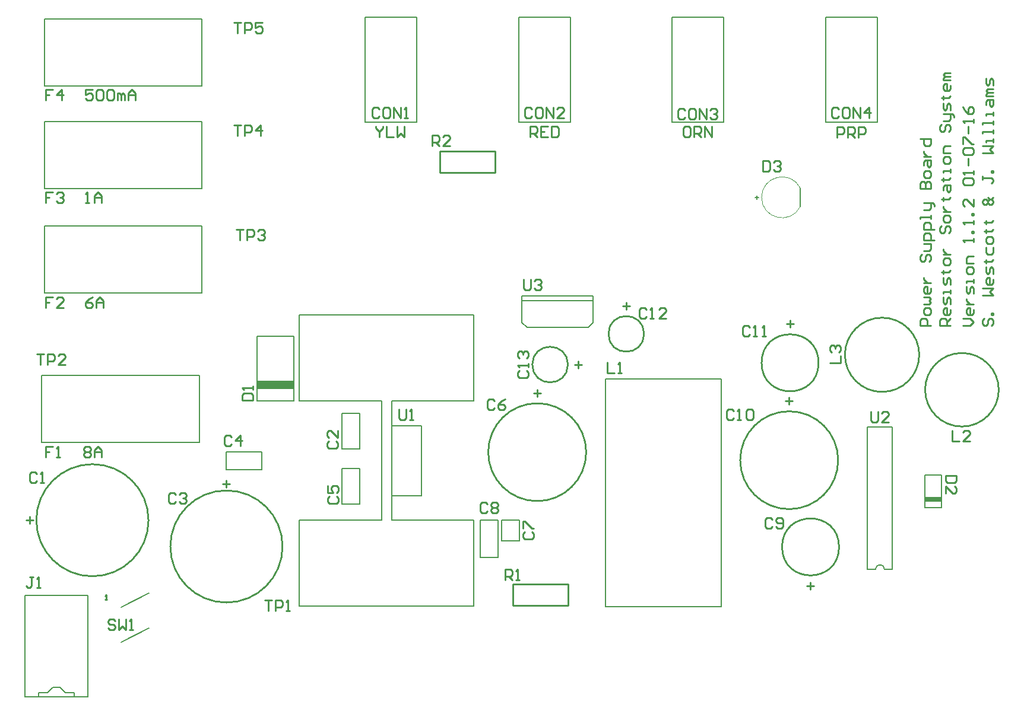
<source format=gto>
G04 Layer_Color=65535*
%FSLAX25Y25*%
%MOIN*%
G70*
G01*
G75*
%ADD44C,0.01000*%
%ADD45C,0.00500*%
%ADD46C,0.00492*%
%ADD47R,0.09350X0.02500*%
%ADD48R,0.20000X0.05000*%
D44*
X317000Y114250D02*
G03*
X317000Y114250I-27500J0D01*
G01*
X458500Y109750D02*
G03*
X458500Y109750I-27500J0D01*
G01*
X349500Y180750D02*
G03*
X349500Y180750I-10000J0D01*
G01*
X306750Y163500D02*
G03*
X306750Y163500I-10000J0D01*
G01*
X504024Y169000D02*
G03*
X504024Y169000I-20866J0D01*
G01*
X459000Y61000D02*
G03*
X459000Y61000I-16000J0D01*
G01*
X447500Y164500D02*
G03*
X447500Y164500I-16000J0D01*
G01*
X548669Y149343D02*
G03*
X548669Y149343I-20669J0D01*
G01*
X146500Y61250D02*
G03*
X146500Y61250I-31500J0D01*
G01*
X71250Y76000D02*
G03*
X71250Y76000I-31500J0D01*
G01*
X287500Y147500D02*
X291500D01*
X289500Y145500D02*
Y149500D01*
X431000Y141000D02*
Y145000D01*
X429000Y143000D02*
X433000D01*
X339500Y194500D02*
Y198500D01*
X337500Y196500D02*
X341500D01*
X312500Y161500D02*
Y165500D01*
X310500Y163500D02*
X314500D01*
X441000Y38937D02*
X445000D01*
X443000Y36937D02*
Y40937D01*
X431500Y184563D02*
Y188563D01*
X429500Y186563D02*
X433500D01*
X266000Y277500D02*
Y283500D01*
X235000D02*
X266000D01*
X235000Y271500D02*
Y283500D01*
Y271500D02*
X266000D01*
Y277500D01*
X307000Y34000D02*
Y40000D01*
X276000D02*
X307000D01*
X276000Y28000D02*
Y40000D01*
Y28000D02*
X307000D01*
Y34000D01*
X113000Y96500D02*
X117000D01*
X115000Y94500D02*
Y98500D01*
X4500Y74000D02*
Y78000D01*
X2500Y76000D02*
X6500D01*
X230500Y286500D02*
Y292498D01*
X233499D01*
X234499Y291498D01*
Y289499D01*
X233499Y288499D01*
X230500D01*
X232499D02*
X234499Y286500D01*
X240497D02*
X236498D01*
X240497Y290499D01*
Y291498D01*
X239497Y292498D01*
X237498D01*
X236498Y291498D01*
X416300Y278198D02*
Y272200D01*
X419299D01*
X420299Y273200D01*
Y277198D01*
X419299Y278198D01*
X416300D01*
X422298Y277198D02*
X423298Y278198D01*
X425297D01*
X426297Y277198D01*
Y276199D01*
X425297Y275199D01*
X424297D01*
X425297D01*
X426297Y274199D01*
Y273200D01*
X425297Y272200D01*
X423298D01*
X422298Y273200D01*
X458999Y306998D02*
X457999Y307998D01*
X456000D01*
X455000Y306998D01*
Y303000D01*
X456000Y302000D01*
X457999D01*
X458999Y303000D01*
X463997Y307998D02*
X461998D01*
X460998Y306998D01*
Y303000D01*
X461998Y302000D01*
X463997D01*
X464997Y303000D01*
Y306998D01*
X463997Y307998D01*
X466996Y302000D02*
Y307998D01*
X470995Y302000D01*
Y307998D01*
X475993Y302000D02*
Y307998D01*
X472994Y304999D01*
X476993D01*
X372499Y306498D02*
X371499Y307498D01*
X369500D01*
X368500Y306498D01*
Y302500D01*
X369500Y301500D01*
X371499D01*
X372499Y302500D01*
X377497Y307498D02*
X375498D01*
X374498Y306498D01*
Y302500D01*
X375498Y301500D01*
X377497D01*
X378497Y302500D01*
Y306498D01*
X377497Y307498D01*
X380496Y301500D02*
Y307498D01*
X384495Y301500D01*
Y307498D01*
X386494Y306498D02*
X387494Y307498D01*
X389493D01*
X390493Y306498D01*
Y305499D01*
X389493Y304499D01*
X388493D01*
X389493D01*
X390493Y303499D01*
Y302500D01*
X389493Y301500D01*
X387494D01*
X386494Y302500D01*
X286499Y306998D02*
X285499Y307998D01*
X283500D01*
X282500Y306998D01*
Y303000D01*
X283500Y302000D01*
X285499D01*
X286499Y303000D01*
X291497Y307998D02*
X289498D01*
X288498Y306998D01*
Y303000D01*
X289498Y302000D01*
X291497D01*
X292497Y303000D01*
Y306998D01*
X291497Y307998D01*
X294496Y302000D02*
Y307998D01*
X298495Y302000D01*
Y307998D01*
X304493Y302000D02*
X300494D01*
X304493Y305999D01*
Y306998D01*
X303493Y307998D01*
X301494D01*
X300494Y306998D01*
X200999D02*
X199999Y307998D01*
X198000D01*
X197000Y306998D01*
Y303000D01*
X198000Y302000D01*
X199999D01*
X200999Y303000D01*
X205997Y307998D02*
X203998D01*
X202998Y306998D01*
Y303000D01*
X203998Y302000D01*
X205997D01*
X206997Y303000D01*
Y306998D01*
X205997Y307998D01*
X208996Y302000D02*
Y307998D01*
X212995Y302000D01*
Y307998D01*
X214994Y302000D02*
X216993D01*
X215994D01*
Y307998D01*
X214994Y306998D01*
X119050Y355848D02*
X123049D01*
X121049D01*
Y349850D01*
X125048D02*
Y355848D01*
X128047D01*
X129047Y354848D01*
Y352849D01*
X128047Y351849D01*
X125048D01*
X135045Y355848D02*
X131046D01*
Y352849D01*
X133045Y353849D01*
X134045D01*
X135045Y352849D01*
Y350850D01*
X134045Y349850D01*
X132046D01*
X131046Y350850D01*
X119050Y298098D02*
X123049D01*
X121049D01*
Y292100D01*
X125048D02*
Y298098D01*
X128047D01*
X129047Y297098D01*
Y295099D01*
X128047Y294099D01*
X125048D01*
X134045Y292100D02*
Y298098D01*
X131046Y295099D01*
X135045D01*
X120550Y239348D02*
X124549D01*
X122549D01*
Y233350D01*
X126548D02*
Y239348D01*
X129547D01*
X130547Y238348D01*
Y236349D01*
X129547Y235349D01*
X126548D01*
X132546Y238348D02*
X133546Y239348D01*
X135545D01*
X136545Y238348D01*
Y237349D01*
X135545Y236349D01*
X134546D01*
X135545D01*
X136545Y235349D01*
Y234350D01*
X135545Y233350D01*
X133546D01*
X132546Y234350D01*
X8500Y169498D02*
X12499D01*
X10499D01*
Y163500D01*
X14498D02*
Y169498D01*
X17497D01*
X18497Y168498D01*
Y166499D01*
X17497Y165499D01*
X14498D01*
X24495Y163500D02*
X20496D01*
X24495Y167499D01*
Y168498D01*
X23495Y169498D01*
X21496D01*
X20496Y168498D01*
X136500Y30998D02*
X140499D01*
X138499D01*
Y25000D01*
X142498D02*
Y30998D01*
X145497D01*
X146497Y29998D01*
Y27999D01*
X145497Y26999D01*
X142498D01*
X148496Y25000D02*
X150496D01*
X149496D01*
Y30998D01*
X148496Y29998D01*
X52499Y19498D02*
X51499Y20498D01*
X49500D01*
X48500Y19498D01*
Y18499D01*
X49500Y17499D01*
X51499D01*
X52499Y16499D01*
Y15500D01*
X51499Y14500D01*
X49500D01*
X48500Y15500D01*
X54498Y20498D02*
Y14500D01*
X56497Y16499D01*
X58497Y14500D01*
Y20498D01*
X60496Y14500D02*
X62495D01*
X61496D01*
Y20498D01*
X60496Y19498D01*
X281700Y211298D02*
Y206300D01*
X282700Y205300D01*
X284699D01*
X285699Y206300D01*
Y211298D01*
X287698Y210298D02*
X288698Y211298D01*
X290697D01*
X291697Y210298D01*
Y209299D01*
X290697Y208299D01*
X289697D01*
X290697D01*
X291697Y207299D01*
Y206300D01*
X290697Y205300D01*
X288698D01*
X287698Y206300D01*
X477000Y136998D02*
Y132000D01*
X478000Y131000D01*
X479999D01*
X480999Y132000D01*
Y136998D01*
X486997Y131000D02*
X482998D01*
X486997Y134999D01*
Y135998D01*
X485997Y136998D01*
X483998D01*
X482998Y135998D01*
X212000Y138498D02*
Y133500D01*
X213000Y132500D01*
X214999D01*
X215999Y133500D01*
Y138498D01*
X217998Y132500D02*
X219997D01*
X218998D01*
Y138498D01*
X217998Y137498D01*
X271500Y42500D02*
Y48498D01*
X274499D01*
X275499Y47498D01*
Y45499D01*
X274499Y44499D01*
X271500D01*
X273499D02*
X275499Y42500D01*
X277498D02*
X279497D01*
X278498D01*
Y48498D01*
X277498Y47498D01*
X454002Y164500D02*
X460000D01*
Y168499D01*
X455002Y170498D02*
X454002Y171498D01*
Y173497D01*
X455002Y174497D01*
X456001D01*
X457001Y173497D01*
Y172497D01*
Y173497D01*
X458001Y174497D01*
X459000D01*
X460000Y173497D01*
Y171498D01*
X459000Y170498D01*
X522500Y126498D02*
Y120500D01*
X526499D01*
X532497D02*
X528498D01*
X532497Y124499D01*
Y125498D01*
X531497Y126498D01*
X529498D01*
X528498Y125498D01*
X328750Y164748D02*
Y158750D01*
X332749D01*
X334748D02*
X336747D01*
X335748D01*
Y164748D01*
X334748Y163748D01*
X6599Y44198D02*
X4599D01*
X5599D01*
Y39200D01*
X4599Y38200D01*
X3600D01*
X2600Y39200D01*
X8598Y38200D02*
X10597D01*
X9598D01*
Y44198D01*
X8598Y43198D01*
X39999Y317998D02*
X36000D01*
Y314999D01*
X37999Y315999D01*
X38999D01*
X39999Y314999D01*
Y313000D01*
X38999Y312000D01*
X37000D01*
X36000Y313000D01*
X41998Y316998D02*
X42998Y317998D01*
X44997D01*
X45997Y316998D01*
Y313000D01*
X44997Y312000D01*
X42998D01*
X41998Y313000D01*
Y316998D01*
X47996D02*
X48996Y317998D01*
X50995D01*
X51995Y316998D01*
Y313000D01*
X50995Y312000D01*
X48996D01*
X47996Y313000D01*
Y316998D01*
X53994Y312000D02*
Y315999D01*
X54994D01*
X55993Y314999D01*
Y312000D01*
Y314999D01*
X56993Y315999D01*
X57993Y314999D01*
Y312000D01*
X59992D02*
Y315999D01*
X61992Y317998D01*
X63991Y315999D01*
Y312000D01*
Y314999D01*
X59992D01*
X17499Y317998D02*
X13500D01*
Y314999D01*
X15499D01*
X13500D01*
Y312000D01*
X22497D02*
Y317998D01*
X19498Y314999D01*
X23497D01*
X36000Y254500D02*
X37999D01*
X37000D01*
Y260498D01*
X36000Y259498D01*
X40998Y254500D02*
Y258499D01*
X42998Y260498D01*
X44997Y258499D01*
Y254500D01*
Y257499D01*
X40998D01*
X17499Y260498D02*
X13500D01*
Y257499D01*
X15499D01*
X13500D01*
Y254500D01*
X19498Y259498D02*
X20498Y260498D01*
X22497D01*
X23497Y259498D01*
Y258499D01*
X22497Y257499D01*
X21497D01*
X22497D01*
X23497Y256499D01*
Y255500D01*
X22497Y254500D01*
X20498D01*
X19498Y255500D01*
X39999Y201498D02*
X37999Y200498D01*
X36000Y198499D01*
Y196500D01*
X37000Y195500D01*
X38999D01*
X39999Y196500D01*
Y197499D01*
X38999Y198499D01*
X36000D01*
X41998Y195500D02*
Y199499D01*
X43997Y201498D01*
X45997Y199499D01*
Y195500D01*
Y198499D01*
X41998D01*
X17499Y201498D02*
X13500D01*
Y198499D01*
X15499D01*
X13500D01*
Y195500D01*
X23497D02*
X19498D01*
X23497Y199499D01*
Y200498D01*
X22497Y201498D01*
X20498D01*
X19498Y200498D01*
X35000Y116498D02*
X36000Y117498D01*
X37999D01*
X38999Y116498D01*
Y115499D01*
X37999Y114499D01*
X38999Y113499D01*
Y112500D01*
X37999Y111500D01*
X36000D01*
X35000Y112500D01*
Y113499D01*
X36000Y114499D01*
X35000Y115499D01*
Y116498D01*
X36000Y114499D02*
X37999D01*
X40998Y111500D02*
Y115499D01*
X42997Y117498D01*
X44997Y115499D01*
Y111500D01*
Y114499D01*
X40998D01*
X17499Y117498D02*
X13500D01*
Y114499D01*
X15499D01*
X13500D01*
Y111500D01*
X19498D02*
X21497D01*
X20498D01*
Y117498D01*
X19498Y116498D01*
X524998Y100950D02*
X519000D01*
Y97951D01*
X520000Y96951D01*
X523998D01*
X524998Y97951D01*
Y100950D01*
X519000Y90953D02*
Y94952D01*
X522999Y90953D01*
X523998D01*
X524998Y91953D01*
Y93952D01*
X523998Y94952D01*
X124002Y143500D02*
X130000D01*
Y146499D01*
X129000Y147499D01*
X125002D01*
X124002Y146499D01*
Y143500D01*
X130000Y149498D02*
Y151497D01*
Y150498D01*
X124002D01*
X125002Y149498D01*
X279502Y159999D02*
X278502Y158999D01*
Y157000D01*
X279502Y156000D01*
X283500D01*
X284500Y157000D01*
Y158999D01*
X283500Y159999D01*
X284500Y161998D02*
Y163997D01*
Y162998D01*
X278502D01*
X279502Y161998D01*
Y166996D02*
X278502Y167996D01*
Y169995D01*
X279502Y170995D01*
X280501D01*
X281501Y169995D01*
Y168996D01*
Y169995D01*
X282501Y170995D01*
X283500D01*
X284500Y169995D01*
Y167996D01*
X283500Y166996D01*
X350999Y194498D02*
X349999Y195498D01*
X348000D01*
X347000Y194498D01*
Y190500D01*
X348000Y189500D01*
X349999D01*
X350999Y190500D01*
X352998Y189500D02*
X354997D01*
X353998D01*
Y195498D01*
X352998Y194498D01*
X361995Y189500D02*
X357996D01*
X361995Y193499D01*
Y194498D01*
X360996Y195498D01*
X358996D01*
X357996Y194498D01*
X408999Y184498D02*
X407999Y185498D01*
X406000D01*
X405000Y184498D01*
Y180500D01*
X406000Y179500D01*
X407999D01*
X408999Y180500D01*
X410998Y179500D02*
X412997D01*
X411998D01*
Y185498D01*
X410998Y184498D01*
X415996Y179500D02*
X417996D01*
X416996D01*
Y185498D01*
X415996Y184498D01*
X399999Y137498D02*
X398999Y138498D01*
X397000D01*
X396000Y137498D01*
Y133500D01*
X397000Y132500D01*
X398999D01*
X399999Y133500D01*
X401998Y132500D02*
X403997D01*
X402998D01*
Y138498D01*
X401998Y137498D01*
X406996D02*
X407996Y138498D01*
X409996D01*
X410995Y137498D01*
Y133500D01*
X409996Y132500D01*
X407996D01*
X406996Y133500D01*
Y137498D01*
X421499Y76498D02*
X420499Y77498D01*
X418500D01*
X417500Y76498D01*
Y72500D01*
X418500Y71500D01*
X420499D01*
X421499Y72500D01*
X423498D02*
X424498Y71500D01*
X426497D01*
X427497Y72500D01*
Y76498D01*
X426497Y77498D01*
X424498D01*
X423498Y76498D01*
Y75499D01*
X424498Y74499D01*
X427497D01*
X261499Y84998D02*
X260499Y85998D01*
X258500D01*
X257500Y84998D01*
Y81000D01*
X258500Y80000D01*
X260499D01*
X261499Y81000D01*
X263498Y84998D02*
X264498Y85998D01*
X266497D01*
X267497Y84998D01*
Y83999D01*
X266497Y82999D01*
X267497Y81999D01*
Y81000D01*
X266497Y80000D01*
X264498D01*
X263498Y81000D01*
Y81999D01*
X264498Y82999D01*
X263498Y83999D01*
Y84998D01*
X264498Y82999D02*
X266497D01*
X282502Y69499D02*
X281502Y68499D01*
Y66500D01*
X282502Y65500D01*
X286500D01*
X287500Y66500D01*
Y68499D01*
X286500Y69499D01*
X281502Y71498D02*
Y75497D01*
X282502D01*
X286500Y71498D01*
X287500D01*
X265499Y142998D02*
X264499Y143998D01*
X262500D01*
X261500Y142998D01*
Y139000D01*
X262500Y138000D01*
X264499D01*
X265499Y139000D01*
X271497Y143998D02*
X269497Y142998D01*
X267498Y140999D01*
Y139000D01*
X268498Y138000D01*
X270497D01*
X271497Y139000D01*
Y139999D01*
X270497Y140999D01*
X267498D01*
X173002Y89499D02*
X172002Y88499D01*
Y86500D01*
X173002Y85500D01*
X177000D01*
X178000Y86500D01*
Y88499D01*
X177000Y89499D01*
X172002Y95497D02*
Y91498D01*
X175001D01*
X174001Y93497D01*
Y94497D01*
X175001Y95497D01*
X177000D01*
X178000Y94497D01*
Y92498D01*
X177000Y91498D01*
X117799Y122798D02*
X116799Y123798D01*
X114800D01*
X113800Y122798D01*
Y118800D01*
X114800Y117800D01*
X116799D01*
X117799Y118800D01*
X122797Y117800D02*
Y123798D01*
X119798Y120799D01*
X123797D01*
X86499Y90498D02*
X85499Y91498D01*
X83500D01*
X82500Y90498D01*
Y86500D01*
X83500Y85500D01*
X85499D01*
X86499Y86500D01*
X88498Y90498D02*
X89498Y91498D01*
X91497D01*
X92497Y90498D01*
Y89499D01*
X91497Y88499D01*
X90497D01*
X91497D01*
X92497Y87499D01*
Y86500D01*
X91497Y85500D01*
X89498D01*
X88498Y86500D01*
X172502Y120499D02*
X171502Y119499D01*
Y117500D01*
X172502Y116500D01*
X176500D01*
X177500Y117500D01*
Y119499D01*
X176500Y120499D01*
X177500Y126497D02*
Y122498D01*
X173501Y126497D01*
X172502D01*
X171502Y125497D01*
Y123498D01*
X172502Y122498D01*
X8499Y101998D02*
X7499Y102998D01*
X5500D01*
X4500Y101998D01*
Y98000D01*
X5500Y97000D01*
X7499D01*
X8499Y98000D01*
X10498Y97000D02*
X12497D01*
X11498D01*
Y102998D01*
X10498Y101998D01*
X47000Y31500D02*
X47833D01*
X47416D01*
Y33999D01*
X47000Y33583D01*
X540502Y189499D02*
X539502Y188499D01*
Y186500D01*
X540502Y185500D01*
X541501D01*
X542501Y186500D01*
Y188499D01*
X543501Y189499D01*
X544500D01*
X545500Y188499D01*
Y186500D01*
X544500Y185500D01*
X545500Y191498D02*
X544500D01*
Y192498D01*
X545500D01*
Y191498D01*
X539502Y202495D02*
X545500D01*
X543501Y204494D01*
X545500Y206493D01*
X539502D01*
X545500Y211492D02*
Y209492D01*
X544500Y208493D01*
X542501D01*
X541501Y209492D01*
Y211492D01*
X542501Y212491D01*
X543501D01*
Y208493D01*
X545500Y214491D02*
Y217490D01*
X544500Y218489D01*
X543501Y217490D01*
Y215490D01*
X542501Y214491D01*
X541501Y215490D01*
Y218489D01*
X540502Y221488D02*
X541501D01*
Y220489D01*
Y222488D01*
Y221488D01*
X544500D01*
X545500Y222488D01*
X541501Y229486D02*
Y226487D01*
X542501Y225487D01*
X544500D01*
X545500Y226487D01*
Y229486D01*
Y232485D02*
Y234484D01*
X544500Y235484D01*
X542501D01*
X541501Y234484D01*
Y232485D01*
X542501Y231485D01*
X544500D01*
X545500Y232485D01*
X540502Y238483D02*
X541501D01*
Y237483D01*
Y239482D01*
Y238483D01*
X544500D01*
X545500Y239482D01*
X540502Y243481D02*
X541501D01*
Y242482D01*
Y244481D01*
Y243481D01*
X544500D01*
X545500Y244481D01*
Y257477D02*
X544500Y256477D01*
X545500Y255477D01*
Y254478D01*
X544500Y253478D01*
X543501D01*
X542501Y254478D01*
X541501Y253478D01*
X540502D01*
X539502Y254478D01*
Y255477D01*
X540502Y256477D01*
X541501D01*
X542501Y255477D01*
X543501Y256477D01*
X544500D01*
X542501Y257477D02*
X543501Y256477D01*
X542501Y254478D02*
Y255477D01*
X539502Y269473D02*
Y267474D01*
Y268473D01*
X544500D01*
X545500Y267474D01*
Y266474D01*
X544500Y265474D01*
X545500Y271472D02*
X544500D01*
Y272472D01*
X545500D01*
Y271472D01*
X539502Y282469D02*
X545500D01*
X543501Y284468D01*
X545500Y286467D01*
X539502D01*
X545500Y288467D02*
Y290466D01*
Y289466D01*
X541501D01*
Y288467D01*
X545500Y293465D02*
Y295464D01*
Y294465D01*
X539502D01*
Y293465D01*
X545500Y298463D02*
Y300463D01*
Y299463D01*
X539502D01*
Y298463D01*
X545500Y303462D02*
Y305461D01*
Y304462D01*
X541501D01*
Y303462D01*
Y309460D02*
Y311459D01*
X542501Y312459D01*
X545500D01*
Y309460D01*
X544500Y308460D01*
X543501Y309460D01*
Y312459D01*
X545500Y314458D02*
X541501D01*
Y315458D01*
X542501Y316458D01*
X545500D01*
X542501D01*
X541501Y317457D01*
X542501Y318457D01*
X545500D01*
Y320456D02*
Y323455D01*
X544500Y324455D01*
X543501Y323455D01*
Y321456D01*
X542501Y320456D01*
X541501Y321456D01*
Y324455D01*
X374498Y297498D02*
X372499D01*
X371499Y296498D01*
Y292500D01*
X372499Y291500D01*
X374498D01*
X375498Y292500D01*
Y296498D01*
X374498Y297498D01*
X377497Y291500D02*
Y297498D01*
X380496D01*
X381496Y296498D01*
Y294499D01*
X380496Y293499D01*
X377497D01*
X379496D02*
X381496Y291500D01*
X383495D02*
Y297498D01*
X387494Y291500D01*
Y297498D01*
X457999Y291000D02*
Y296998D01*
X460998D01*
X461998Y295998D01*
Y293999D01*
X460998Y292999D01*
X457999D01*
X463997Y291000D02*
Y296998D01*
X466996D01*
X467996Y295998D01*
Y293999D01*
X466996Y292999D01*
X463997D01*
X465996D02*
X467996Y291000D01*
X469995D02*
Y296998D01*
X472994D01*
X473994Y295998D01*
Y293999D01*
X472994Y292999D01*
X469995D01*
X528502Y185500D02*
X532500D01*
X534500Y187499D01*
X532500Y189499D01*
X528502D01*
X534500Y194497D02*
Y192498D01*
X533500Y191498D01*
X531501D01*
X530501Y192498D01*
Y194497D01*
X531501Y195497D01*
X532500D01*
Y191498D01*
X530501Y197496D02*
X534500D01*
X532500D01*
X531501Y198496D01*
X530501Y199495D01*
Y200495D01*
X534500Y203494D02*
Y206493D01*
X533500Y207493D01*
X532500Y206493D01*
Y204494D01*
X531501Y203494D01*
X530501Y204494D01*
Y207493D01*
X534500Y209492D02*
Y211492D01*
Y210492D01*
X530501D01*
Y209492D01*
X534500Y215490D02*
Y217490D01*
X533500Y218489D01*
X531501D01*
X530501Y217490D01*
Y215490D01*
X531501Y214491D01*
X533500D01*
X534500Y215490D01*
Y220489D02*
X530501D01*
Y223488D01*
X531501Y224487D01*
X534500D01*
Y232485D02*
Y234484D01*
Y233485D01*
X528502D01*
X529501Y232485D01*
X534500Y237483D02*
X533500D01*
Y238483D01*
X534500D01*
Y237483D01*
Y242482D02*
Y244481D01*
Y243481D01*
X528502D01*
X529501Y242482D01*
X534500Y247480D02*
X533500D01*
Y248480D01*
X534500D01*
Y247480D01*
Y256477D02*
Y252478D01*
X530501Y256477D01*
X529501D01*
X528502Y255477D01*
Y253478D01*
X529501Y252478D01*
Y264474D02*
X528502Y265474D01*
Y267474D01*
X529501Y268473D01*
X533500D01*
X534500Y267474D01*
Y265474D01*
X533500Y264474D01*
X529501D01*
X534500Y270473D02*
Y272472D01*
Y271472D01*
X528502D01*
X529501Y270473D01*
X531501Y275471D02*
Y279470D01*
X529501Y281469D02*
X528502Y282469D01*
Y284468D01*
X529501Y285468D01*
X533500D01*
X534500Y284468D01*
Y282469D01*
X533500Y281469D01*
X529501D01*
X528502Y287467D02*
Y291466D01*
X529501D01*
X533500Y287467D01*
X534500D01*
X531501Y293465D02*
Y297464D01*
X534500Y299463D02*
Y301463D01*
Y300463D01*
X528502D01*
X529501Y299463D01*
X528502Y308460D02*
X529501Y306461D01*
X531501Y304462D01*
X533500D01*
X534500Y305461D01*
Y307460D01*
X533500Y308460D01*
X532500D01*
X531501Y307460D01*
Y304462D01*
X521500Y185500D02*
X515502D01*
Y188499D01*
X516502Y189499D01*
X518501D01*
X519501Y188499D01*
Y185500D01*
Y187499D02*
X521500Y189499D01*
Y194497D02*
Y192498D01*
X520501Y191498D01*
X518501D01*
X517501Y192498D01*
Y194497D01*
X518501Y195497D01*
X519501D01*
Y191498D01*
X521500Y197496D02*
Y200495D01*
X520501Y201495D01*
X519501Y200495D01*
Y198496D01*
X518501Y197496D01*
X517501Y198496D01*
Y201495D01*
X521500Y203494D02*
Y205493D01*
Y204494D01*
X517501D01*
Y203494D01*
X521500Y208493D02*
Y211492D01*
X520501Y212491D01*
X519501Y211492D01*
Y209492D01*
X518501Y208493D01*
X517501Y209492D01*
Y212491D01*
X516502Y215490D02*
X517501D01*
Y214491D01*
Y216490D01*
Y215490D01*
X520501D01*
X521500Y216490D01*
Y220489D02*
Y222488D01*
X520501Y223488D01*
X518501D01*
X517501Y222488D01*
Y220489D01*
X518501Y219489D01*
X520501D01*
X521500Y220489D01*
X517501Y225487D02*
X521500D01*
X519501D01*
X518501Y226487D01*
X517501Y227486D01*
Y228486D01*
X516502Y241482D02*
X515502Y240482D01*
Y238483D01*
X516502Y237483D01*
X517501D01*
X518501Y238483D01*
Y240482D01*
X519501Y241482D01*
X520501D01*
X521500Y240482D01*
Y238483D01*
X520501Y237483D01*
X521500Y244481D02*
Y246480D01*
X520501Y247480D01*
X518501D01*
X517501Y246480D01*
Y244481D01*
X518501Y243481D01*
X520501D01*
X521500Y244481D01*
X517501Y249479D02*
X521500D01*
X519501D01*
X518501Y250479D01*
X517501Y251479D01*
Y252478D01*
X516502Y256477D02*
X517501D01*
Y255477D01*
Y257477D01*
Y256477D01*
X520501D01*
X521500Y257477D01*
X517501Y261475D02*
Y263475D01*
X518501Y264474D01*
X521500D01*
Y261475D01*
X520501Y260476D01*
X519501Y261475D01*
Y264474D01*
X516502Y267474D02*
X517501D01*
Y266474D01*
Y268473D01*
Y267474D01*
X520501D01*
X521500Y268473D01*
Y271472D02*
Y273471D01*
Y272472D01*
X517501D01*
Y271472D01*
X521500Y277470D02*
Y279470D01*
X520501Y280469D01*
X518501D01*
X517501Y279470D01*
Y277470D01*
X518501Y276471D01*
X520501D01*
X521500Y277470D01*
Y282469D02*
X517501D01*
Y285468D01*
X518501Y286467D01*
X521500D01*
X516502Y298464D02*
X515502Y297464D01*
Y295464D01*
X516502Y294465D01*
X517501D01*
X518501Y295464D01*
Y297464D01*
X519501Y298464D01*
X520501D01*
X521500Y297464D01*
Y295464D01*
X520501Y294465D01*
X517501Y300463D02*
X520501D01*
X521500Y301463D01*
Y304462D01*
X522500D01*
X523500Y303462D01*
Y302462D01*
X521500Y304462D02*
X517501D01*
X521500Y306461D02*
Y309460D01*
X520501Y310460D01*
X519501Y309460D01*
Y307460D01*
X518501Y306461D01*
X517501Y307460D01*
Y310460D01*
X516502Y313459D02*
X517501D01*
Y312459D01*
Y314458D01*
Y313459D01*
X520501D01*
X521500Y314458D01*
Y320456D02*
Y318457D01*
X520501Y317457D01*
X518501D01*
X517501Y318457D01*
Y320456D01*
X518501Y321456D01*
X519501D01*
Y317457D01*
X521500Y323455D02*
X517501D01*
Y324455D01*
X518501Y325455D01*
X521500D01*
X518501D01*
X517501Y326454D01*
X518501Y327454D01*
X521500D01*
X510500Y185500D02*
X504502D01*
Y188499D01*
X505502Y189499D01*
X507501D01*
X508501Y188499D01*
Y185500D01*
X510500Y192498D02*
Y194497D01*
X509500Y195497D01*
X507501D01*
X506501Y194497D01*
Y192498D01*
X507501Y191498D01*
X509500D01*
X510500Y192498D01*
X506501Y197496D02*
X509500D01*
X510500Y198496D01*
X509500Y199495D01*
X510500Y200495D01*
X509500Y201495D01*
X506501D01*
X510500Y206493D02*
Y204494D01*
X509500Y203494D01*
X507501D01*
X506501Y204494D01*
Y206493D01*
X507501Y207493D01*
X508501D01*
Y203494D01*
X506501Y209492D02*
X510500D01*
X508501D01*
X507501Y210492D01*
X506501Y211492D01*
Y212491D01*
X505502Y225487D02*
X504502Y224487D01*
Y222488D01*
X505502Y221488D01*
X506501D01*
X507501Y222488D01*
Y224487D01*
X508501Y225487D01*
X509500D01*
X510500Y224487D01*
Y222488D01*
X509500Y221488D01*
X506501Y227486D02*
X509500D01*
X510500Y228486D01*
Y231485D01*
X506501D01*
X512499Y233485D02*
X506501D01*
Y236484D01*
X507501Y237483D01*
X509500D01*
X510500Y236484D01*
Y233485D01*
X512499Y239482D02*
X506501D01*
Y242482D01*
X507501Y243481D01*
X509500D01*
X510500Y242482D01*
Y239482D01*
Y245481D02*
Y247480D01*
Y246480D01*
X504502D01*
Y245481D01*
X506501Y250479D02*
X509500D01*
X510500Y251479D01*
Y254478D01*
X511500D01*
X512499Y253478D01*
Y252478D01*
X510500Y254478D02*
X506501D01*
X504502Y262475D02*
X510500D01*
Y265474D01*
X509500Y266474D01*
X508501D01*
X507501Y265474D01*
Y262475D01*
Y265474D01*
X506501Y266474D01*
X505502D01*
X504502Y265474D01*
Y262475D01*
X510500Y269473D02*
Y271472D01*
X509500Y272472D01*
X507501D01*
X506501Y271472D01*
Y269473D01*
X507501Y268473D01*
X509500D01*
X510500Y269473D01*
X506501Y275471D02*
Y277470D01*
X507501Y278470D01*
X510500D01*
Y275471D01*
X509500Y274471D01*
X508501Y275471D01*
Y278470D01*
X506501Y280469D02*
X510500D01*
X508501D01*
X507501Y281469D01*
X506501Y282469D01*
Y283468D01*
X504502Y290466D02*
X510500D01*
Y287467D01*
X509500Y286467D01*
X507501D01*
X506501Y287467D01*
Y290466D01*
X285499Y291500D02*
Y297498D01*
X288498D01*
X289498Y296498D01*
Y294499D01*
X288498Y293499D01*
X285499D01*
X287498D02*
X289498Y291500D01*
X295496Y297498D02*
X291497D01*
Y291500D01*
X295496D01*
X291497Y294499D02*
X293496D01*
X297495Y297498D02*
Y291500D01*
X300494D01*
X301494Y292500D01*
Y296498D01*
X300494Y297498D01*
X297495D01*
X198999D02*
Y296498D01*
X200999Y294499D01*
X202998Y296498D01*
Y297498D01*
X200999Y294499D02*
Y291500D01*
X204997Y297498D02*
Y291500D01*
X208996D01*
X210996Y297498D02*
Y291500D01*
X212995Y293499D01*
X214994Y291500D01*
Y297498D01*
D45*
X484500Y48500D02*
G03*
X479500Y48500I-2500J0D01*
G01*
X269500Y64500D02*
Y76000D01*
X279500D01*
Y64500D02*
Y76000D01*
X269500Y64500D02*
X279500D01*
X135000Y104500D02*
Y114500D01*
X115000D02*
X135000D01*
X115000Y104500D02*
Y114500D01*
Y104500D02*
X135000D01*
X190000Y116000D02*
Y136000D01*
X180000Y116000D02*
X190000D01*
X180000D02*
Y136000D01*
X190000D01*
X180000Y105000D02*
X190000D01*
X180000Y85000D02*
Y105000D01*
Y85000D02*
X190000D01*
Y105000D01*
X507325Y82950D02*
Y101500D01*
X516675Y82950D02*
Y86500D01*
Y101500D01*
X507325Y82950D02*
X516675D01*
X507325Y101500D02*
X516675D01*
X257500Y55000D02*
X267500D01*
Y76000D01*
X257500Y55000D02*
Y76000D01*
X267500D01*
X283700Y184300D02*
X318300D01*
X321000Y187000D01*
Y202000D01*
X281000Y187000D02*
X283700Y184300D01*
X281000Y187000D02*
Y202000D01*
Y199500D02*
X321000D01*
X281000Y202000D02*
X321000D01*
X489000Y48500D02*
Y128500D01*
X475000D02*
X489000D01*
X475000Y48500D02*
Y128500D01*
Y48500D02*
X479500D01*
X484500D02*
X489000D01*
X224500Y89750D02*
Y129250D01*
X207950Y89750D02*
X224500D01*
X207950Y129250D02*
X224500D01*
X207950Y89750D02*
Y129250D01*
X55937Y27185D02*
X71685Y35059D01*
X55937Y7500D02*
X71685Y15374D01*
X328000Y155500D02*
X393000D01*
X328000Y27500D02*
Y155500D01*
X393000Y27500D02*
Y155500D01*
X328000Y27500D02*
X393000D01*
X9500Y-21000D02*
X14500D01*
X17600Y-17900D01*
X24500Y-21000D02*
X29500D01*
X21400Y-17900D02*
X24500Y-21000D01*
X1800Y-23100D02*
Y33600D01*
Y-23100D02*
X37200D01*
X1800Y33600D02*
X37200D01*
Y-23100D02*
Y33600D01*
X9500Y-23100D02*
Y-21000D01*
X17600Y-17900D02*
X21400D01*
X29500Y-23100D02*
Y-21000D01*
X207950Y76050D02*
Y142950D01*
X202050Y76050D02*
Y142950D01*
X207950Y76050D02*
X254000D01*
X156000D02*
X202050D01*
X156000Y142950D02*
X202050D01*
X207950D02*
X254000D01*
Y27600D02*
Y76050D01*
X156000Y27600D02*
Y76050D01*
X254000Y142950D02*
Y191400D01*
X156000Y142950D02*
Y191400D01*
Y27600D02*
X254000D01*
X156000Y191400D02*
X254000D01*
X12700Y357900D02*
X101300D01*
X12700Y320100D02*
X101300D01*
X12700D02*
Y357900D01*
X101300Y320100D02*
Y357900D01*
X12700Y262350D02*
X101300D01*
X12700Y300150D02*
X101300D01*
Y262350D02*
Y300150D01*
X12700Y262350D02*
Y300150D01*
Y203600D02*
X101300D01*
X12700Y241400D02*
X101300D01*
Y203600D02*
Y241400D01*
X12700Y203600D02*
Y241400D01*
X11200Y119600D02*
X99800D01*
X11200Y157400D02*
X99800D01*
Y119600D02*
Y157400D01*
X11200Y119600D02*
Y157400D01*
X437200Y252300D02*
Y262800D01*
X412000Y257500D02*
X414000D01*
X413000Y256500D02*
Y258500D01*
X132225Y143000D02*
X152775D01*
Y179500D01*
X132225D02*
X152775D01*
X132225Y143000D02*
Y179500D01*
X451500Y299695D02*
Y358750D01*
X480398D01*
X451500Y299695D02*
X480398D01*
Y358750D01*
X365333Y299695D02*
Y358750D01*
X394231D01*
X365333Y299695D02*
X394231D01*
Y358750D01*
X279167Y299695D02*
Y358750D01*
X308064D01*
X279167Y299695D02*
X308064D01*
Y358750D01*
X193000Y299695D02*
Y358750D01*
X221898D01*
X193000Y299695D02*
X221898D01*
Y358750D01*
D46*
X437233Y262748D02*
G03*
X437235Y252257I-10233J-5248D01*
G01*
D47*
X512000Y87750D02*
D03*
D48*
X142500Y152000D02*
D03*
M02*

</source>
